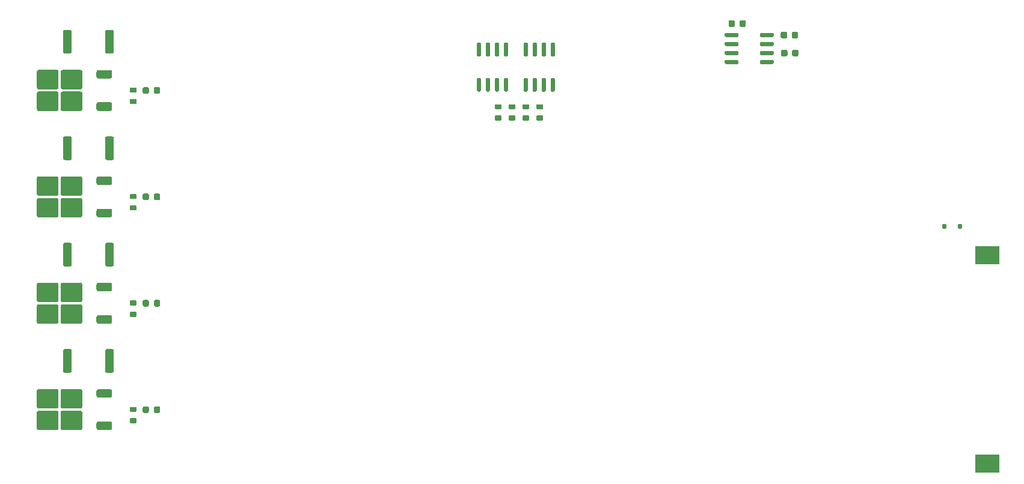
<source format=gtp>
G04 #@! TF.GenerationSoftware,KiCad,Pcbnew,8.0.8-8.0.8-0~ubuntu24.04.1*
G04 #@! TF.CreationDate,2025-02-16T13:58:24+00:00*
G04 #@! TF.ProjectId,hellenbms46,68656c6c-656e-4626-9d73-34362e6b6963,rev?*
G04 #@! TF.SameCoordinates,PX4c4b400PY96ae380*
G04 #@! TF.FileFunction,Paste,Top*
G04 #@! TF.FilePolarity,Positive*
%FSLAX46Y46*%
G04 Gerber Fmt 4.6, Leading zero omitted, Abs format (unit mm)*
G04 Created by KiCad (PCBNEW 8.0.8-8.0.8-0~ubuntu24.04.1) date 2025-02-16 13:58:24*
%MOMM*%
%LPD*%
G01*
G04 APERTURE LIST*
%ADD10R,3.510000X2.540000*%
%ADD11O,0.000001X0.000001*%
G04 APERTURE END LIST*
D10*
G04 #@! TO.C,BT3001*
X144078800Y54265200D03*
X144078800Y24905200D03*
G04 #@! TD*
G04 #@! TO.C,F4002*
G36*
G01*
X25175500Y62239750D02*
X25175500Y62752250D01*
G75*
G02*
X25394250Y62971000I218750J0D01*
G01*
X25831750Y62971000D01*
G75*
G02*
X26050500Y62752250I0J-218750D01*
G01*
X26050500Y62239750D01*
G75*
G02*
X25831750Y62021000I-218750J0D01*
G01*
X25394250Y62021000D01*
G75*
G02*
X25175500Y62239750I0J218750D01*
G01*
G37*
G36*
G01*
X26750500Y62239750D02*
X26750500Y62752250D01*
G75*
G02*
X26969250Y62971000I218750J0D01*
G01*
X27406750Y62971000D01*
G75*
G02*
X27625500Y62752250I0J-218750D01*
G01*
X27625500Y62239750D01*
G75*
G02*
X27406750Y62021000I-218750J0D01*
G01*
X26969250Y62021000D01*
G75*
G02*
X26750500Y62239750I0J218750D01*
G01*
G37*
G04 #@! TD*
G04 #@! TO.C,F4001*
G36*
G01*
X25175500Y77239750D02*
X25175500Y77752250D01*
G75*
G02*
X25394250Y77971000I218750J0D01*
G01*
X25831750Y77971000D01*
G75*
G02*
X26050500Y77752250I0J-218750D01*
G01*
X26050500Y77239750D01*
G75*
G02*
X25831750Y77021000I-218750J0D01*
G01*
X25394250Y77021000D01*
G75*
G02*
X25175500Y77239750I0J218750D01*
G01*
G37*
G36*
G01*
X26750500Y77239750D02*
X26750500Y77752250D01*
G75*
G02*
X26969250Y77971000I218750J0D01*
G01*
X27406750Y77971000D01*
G75*
G02*
X27625500Y77752250I0J-218750D01*
G01*
X27625500Y77239750D01*
G75*
G02*
X27406750Y77021000I-218750J0D01*
G01*
X26969250Y77021000D01*
G75*
G02*
X26750500Y77239750I0J218750D01*
G01*
G37*
G04 #@! TD*
G04 #@! TO.C,R4004*
G36*
G01*
X21111000Y85779000D02*
X21111000Y82929000D01*
G75*
G02*
X20861000Y82679000I-250000J0D01*
G01*
X20136000Y82679000D01*
G75*
G02*
X19886000Y82929000I0J250000D01*
G01*
X19886000Y85779000D01*
G75*
G02*
X20136000Y86029000I250000J0D01*
G01*
X20861000Y86029000D01*
G75*
G02*
X21111000Y85779000I0J-250000D01*
G01*
G37*
G36*
G01*
X15186000Y85779000D02*
X15186000Y82929000D01*
G75*
G02*
X14936000Y82679000I-250000J0D01*
G01*
X14211000Y82679000D01*
G75*
G02*
X13961000Y82929000I0J250000D01*
G01*
X13961000Y85779000D01*
G75*
G02*
X14211000Y86029000I250000J0D01*
G01*
X14936000Y86029000D01*
G75*
G02*
X15186000Y85779000I0J-250000D01*
G01*
G37*
G04 #@! TD*
G04 #@! TO.C,U5002*
G36*
G01*
X79257000Y77334000D02*
X78957000Y77334000D01*
G75*
G02*
X78807000Y77484000I0J150000D01*
G01*
X78807000Y79134000D01*
G75*
G02*
X78957000Y79284000I150000J0D01*
G01*
X79257000Y79284000D01*
G75*
G02*
X79407000Y79134000I0J-150000D01*
G01*
X79407000Y77484000D01*
G75*
G02*
X79257000Y77334000I-150000J0D01*
G01*
G37*
G36*
G01*
X80527000Y77334000D02*
X80227000Y77334000D01*
G75*
G02*
X80077000Y77484000I0J150000D01*
G01*
X80077000Y79134000D01*
G75*
G02*
X80227000Y79284000I150000J0D01*
G01*
X80527000Y79284000D01*
G75*
G02*
X80677000Y79134000I0J-150000D01*
G01*
X80677000Y77484000D01*
G75*
G02*
X80527000Y77334000I-150000J0D01*
G01*
G37*
G36*
G01*
X81797000Y77334000D02*
X81497000Y77334000D01*
G75*
G02*
X81347000Y77484000I0J150000D01*
G01*
X81347000Y79134000D01*
G75*
G02*
X81497000Y79284000I150000J0D01*
G01*
X81797000Y79284000D01*
G75*
G02*
X81947000Y79134000I0J-150000D01*
G01*
X81947000Y77484000D01*
G75*
G02*
X81797000Y77334000I-150000J0D01*
G01*
G37*
G36*
G01*
X83067000Y77334000D02*
X82767000Y77334000D01*
G75*
G02*
X82617000Y77484000I0J150000D01*
G01*
X82617000Y79134000D01*
G75*
G02*
X82767000Y79284000I150000J0D01*
G01*
X83067000Y79284000D01*
G75*
G02*
X83217000Y79134000I0J-150000D01*
G01*
X83217000Y77484000D01*
G75*
G02*
X83067000Y77334000I-150000J0D01*
G01*
G37*
G36*
G01*
X83067000Y82284000D02*
X82767000Y82284000D01*
G75*
G02*
X82617000Y82434000I0J150000D01*
G01*
X82617000Y84084000D01*
G75*
G02*
X82767000Y84234000I150000J0D01*
G01*
X83067000Y84234000D01*
G75*
G02*
X83217000Y84084000I0J-150000D01*
G01*
X83217000Y82434000D01*
G75*
G02*
X83067000Y82284000I-150000J0D01*
G01*
G37*
G36*
G01*
X81797000Y82284000D02*
X81497000Y82284000D01*
G75*
G02*
X81347000Y82434000I0J150000D01*
G01*
X81347000Y84084000D01*
G75*
G02*
X81497000Y84234000I150000J0D01*
G01*
X81797000Y84234000D01*
G75*
G02*
X81947000Y84084000I0J-150000D01*
G01*
X81947000Y82434000D01*
G75*
G02*
X81797000Y82284000I-150000J0D01*
G01*
G37*
G36*
G01*
X80527000Y82284000D02*
X80227000Y82284000D01*
G75*
G02*
X80077000Y82434000I0J150000D01*
G01*
X80077000Y84084000D01*
G75*
G02*
X80227000Y84234000I150000J0D01*
G01*
X80527000Y84234000D01*
G75*
G02*
X80677000Y84084000I0J-150000D01*
G01*
X80677000Y82434000D01*
G75*
G02*
X80527000Y82284000I-150000J0D01*
G01*
G37*
G36*
G01*
X79257000Y82284000D02*
X78957000Y82284000D01*
G75*
G02*
X78807000Y82434000I0J150000D01*
G01*
X78807000Y84084000D01*
G75*
G02*
X78957000Y84234000I150000J0D01*
G01*
X79257000Y84234000D01*
G75*
G02*
X79407000Y84084000I0J-150000D01*
G01*
X79407000Y82434000D01*
G75*
G02*
X79257000Y82284000I-150000J0D01*
G01*
G37*
G04 #@! TD*
G04 #@! TO.C,R5001*
G36*
G01*
X77571954Y73257000D02*
X76791954Y73257000D01*
G75*
G02*
X76721954Y73327000I0J70000D01*
G01*
X76721954Y73887000D01*
G75*
G02*
X76791954Y73957000I70000J0D01*
G01*
X77571954Y73957000D01*
G75*
G02*
X77641954Y73887000I0J-70000D01*
G01*
X77641954Y73327000D01*
G75*
G02*
X77571954Y73257000I-70000J0D01*
G01*
G37*
G36*
G01*
X77571954Y74857000D02*
X76791954Y74857000D01*
G75*
G02*
X76721954Y74927000I0J70000D01*
G01*
X76721954Y75487000D01*
G75*
G02*
X76791954Y75557000I70000J0D01*
G01*
X77571954Y75557000D01*
G75*
G02*
X77641954Y75487000I0J-70000D01*
G01*
X77641954Y74927000D01*
G75*
G02*
X77571954Y74857000I-70000J0D01*
G01*
G37*
G04 #@! TD*
G04 #@! TO.C,U5001*
G36*
G01*
X72677000Y77334000D02*
X72377000Y77334000D01*
G75*
G02*
X72227000Y77484000I0J150000D01*
G01*
X72227000Y79134000D01*
G75*
G02*
X72377000Y79284000I150000J0D01*
G01*
X72677000Y79284000D01*
G75*
G02*
X72827000Y79134000I0J-150000D01*
G01*
X72827000Y77484000D01*
G75*
G02*
X72677000Y77334000I-150000J0D01*
G01*
G37*
G36*
G01*
X73947000Y77334000D02*
X73647000Y77334000D01*
G75*
G02*
X73497000Y77484000I0J150000D01*
G01*
X73497000Y79134000D01*
G75*
G02*
X73647000Y79284000I150000J0D01*
G01*
X73947000Y79284000D01*
G75*
G02*
X74097000Y79134000I0J-150000D01*
G01*
X74097000Y77484000D01*
G75*
G02*
X73947000Y77334000I-150000J0D01*
G01*
G37*
G36*
G01*
X75217000Y77334000D02*
X74917000Y77334000D01*
G75*
G02*
X74767000Y77484000I0J150000D01*
G01*
X74767000Y79134000D01*
G75*
G02*
X74917000Y79284000I150000J0D01*
G01*
X75217000Y79284000D01*
G75*
G02*
X75367000Y79134000I0J-150000D01*
G01*
X75367000Y77484000D01*
G75*
G02*
X75217000Y77334000I-150000J0D01*
G01*
G37*
G36*
G01*
X76487000Y77334000D02*
X76187000Y77334000D01*
G75*
G02*
X76037000Y77484000I0J150000D01*
G01*
X76037000Y79134000D01*
G75*
G02*
X76187000Y79284000I150000J0D01*
G01*
X76487000Y79284000D01*
G75*
G02*
X76637000Y79134000I0J-150000D01*
G01*
X76637000Y77484000D01*
G75*
G02*
X76487000Y77334000I-150000J0D01*
G01*
G37*
G36*
G01*
X76487000Y82284000D02*
X76187000Y82284000D01*
G75*
G02*
X76037000Y82434000I0J150000D01*
G01*
X76037000Y84084000D01*
G75*
G02*
X76187000Y84234000I150000J0D01*
G01*
X76487000Y84234000D01*
G75*
G02*
X76637000Y84084000I0J-150000D01*
G01*
X76637000Y82434000D01*
G75*
G02*
X76487000Y82284000I-150000J0D01*
G01*
G37*
G36*
G01*
X75217000Y82284000D02*
X74917000Y82284000D01*
G75*
G02*
X74767000Y82434000I0J150000D01*
G01*
X74767000Y84084000D01*
G75*
G02*
X74917000Y84234000I150000J0D01*
G01*
X75217000Y84234000D01*
G75*
G02*
X75367000Y84084000I0J-150000D01*
G01*
X75367000Y82434000D01*
G75*
G02*
X75217000Y82284000I-150000J0D01*
G01*
G37*
G36*
G01*
X73947000Y82284000D02*
X73647000Y82284000D01*
G75*
G02*
X73497000Y82434000I0J150000D01*
G01*
X73497000Y84084000D01*
G75*
G02*
X73647000Y84234000I150000J0D01*
G01*
X73947000Y84234000D01*
G75*
G02*
X74097000Y84084000I0J-150000D01*
G01*
X74097000Y82434000D01*
G75*
G02*
X73947000Y82284000I-150000J0D01*
G01*
G37*
G36*
G01*
X72677000Y82284000D02*
X72377000Y82284000D01*
G75*
G02*
X72227000Y82434000I0J150000D01*
G01*
X72227000Y84084000D01*
G75*
G02*
X72377000Y84234000I150000J0D01*
G01*
X72677000Y84234000D01*
G75*
G02*
X72827000Y84084000I0J-150000D01*
G01*
X72827000Y82434000D01*
G75*
G02*
X72677000Y82284000I-150000J0D01*
G01*
G37*
G04 #@! TD*
G04 #@! TO.C,C6002*
G36*
G01*
X107662400Y86680800D02*
X107662400Y87180800D01*
G75*
G02*
X107887400Y87405800I225000J0D01*
G01*
X108337400Y87405800D01*
G75*
G02*
X108562400Y87180800I0J-225000D01*
G01*
X108562400Y86680800D01*
G75*
G02*
X108337400Y86455800I-225000J0D01*
G01*
X107887400Y86455800D01*
G75*
G02*
X107662400Y86680800I0J225000D01*
G01*
G37*
G36*
G01*
X109212400Y86680800D02*
X109212400Y87180800D01*
G75*
G02*
X109437400Y87405800I225000J0D01*
G01*
X109887400Y87405800D01*
G75*
G02*
X110112400Y87180800I0J-225000D01*
G01*
X110112400Y86680800D01*
G75*
G02*
X109887400Y86455800I-225000J0D01*
G01*
X109437400Y86455800D01*
G75*
G02*
X109212400Y86680800I0J225000D01*
G01*
G37*
G04 #@! TD*
G04 #@! TO.C,R4007*
G36*
G01*
X24225000Y30584000D02*
X23445000Y30584000D01*
G75*
G02*
X23375000Y30654000I0J70000D01*
G01*
X23375000Y31214000D01*
G75*
G02*
X23445000Y31284000I70000J0D01*
G01*
X24225000Y31284000D01*
G75*
G02*
X24295000Y31214000I0J-70000D01*
G01*
X24295000Y30654000D01*
G75*
G02*
X24225000Y30584000I-70000J0D01*
G01*
G37*
G36*
G01*
X24225000Y32184000D02*
X23445000Y32184000D01*
G75*
G02*
X23375000Y32254000I0J70000D01*
G01*
X23375000Y32814000D01*
G75*
G02*
X23445000Y32884000I70000J0D01*
G01*
X24225000Y32884000D01*
G75*
G02*
X24295000Y32814000I0J-70000D01*
G01*
X24295000Y32254000D01*
G75*
G02*
X24225000Y32184000I-70000J0D01*
G01*
G37*
G04 #@! TD*
G04 #@! TO.C,R4006*
G36*
G01*
X21111000Y55779000D02*
X21111000Y52929000D01*
G75*
G02*
X20861000Y52679000I-250000J0D01*
G01*
X20136000Y52679000D01*
G75*
G02*
X19886000Y52929000I0J250000D01*
G01*
X19886000Y55779000D01*
G75*
G02*
X20136000Y56029000I250000J0D01*
G01*
X20861000Y56029000D01*
G75*
G02*
X21111000Y55779000I0J-250000D01*
G01*
G37*
G36*
G01*
X15186000Y55779000D02*
X15186000Y52929000D01*
G75*
G02*
X14936000Y52679000I-250000J0D01*
G01*
X14211000Y52679000D01*
G75*
G02*
X13961000Y52929000I0J250000D01*
G01*
X13961000Y55779000D01*
G75*
G02*
X14211000Y56029000I250000J0D01*
G01*
X14936000Y56029000D01*
G75*
G02*
X15186000Y55779000I0J-250000D01*
G01*
G37*
G04 #@! TD*
G04 #@! TO.C,D3001*
G36*
G01*
X137811200Y58630400D02*
X138291200Y58630400D01*
G75*
G02*
X138351200Y58570400I0J-60000D01*
G01*
X138351200Y58090400D01*
G75*
G02*
X138291200Y58030400I-60000J0D01*
G01*
X137811200Y58030400D01*
G75*
G02*
X137751200Y58090400I0J60000D01*
G01*
X137751200Y58570400D01*
G75*
G02*
X137811200Y58630400I60000J0D01*
G01*
G37*
G36*
G01*
X140011200Y58630400D02*
X140491200Y58630400D01*
G75*
G02*
X140551200Y58570400I0J-60000D01*
G01*
X140551200Y58090400D01*
G75*
G02*
X140491200Y58030400I-60000J0D01*
G01*
X140011200Y58030400D01*
G75*
G02*
X139951200Y58090400I0J60000D01*
G01*
X139951200Y58570400D01*
G75*
G02*
X140011200Y58630400I60000J0D01*
G01*
G37*
G04 #@! TD*
G04 #@! TO.C,Q4004*
G36*
G01*
X20872000Y30566000D02*
X20872000Y29866000D01*
G75*
G02*
X20622000Y29616000I-250000J0D01*
G01*
X18922000Y29616000D01*
G75*
G02*
X18672000Y29866000I0J250000D01*
G01*
X18672000Y30566000D01*
G75*
G02*
X18922000Y30816000I250000J0D01*
G01*
X20622000Y30816000D01*
G75*
G02*
X20872000Y30566000I0J-250000D01*
G01*
G37*
G36*
G01*
X16672000Y32096000D02*
X16672000Y29846000D01*
G75*
G02*
X16422000Y29596000I-250000J0D01*
G01*
X13872000Y29596000D01*
G75*
G02*
X13622000Y29846000I0J250000D01*
G01*
X13622000Y32096000D01*
G75*
G02*
X13872000Y32346000I250000J0D01*
G01*
X16422000Y32346000D01*
G75*
G02*
X16672000Y32096000I0J-250000D01*
G01*
G37*
G36*
G01*
X16672000Y35146000D02*
X16672000Y32896000D01*
G75*
G02*
X16422000Y32646000I-250000J0D01*
G01*
X13872000Y32646000D01*
G75*
G02*
X13622000Y32896000I0J250000D01*
G01*
X13622000Y35146000D01*
G75*
G02*
X13872000Y35396000I250000J0D01*
G01*
X16422000Y35396000D01*
G75*
G02*
X16672000Y35146000I0J-250000D01*
G01*
G37*
G36*
G01*
X13322000Y32096000D02*
X13322000Y29846000D01*
G75*
G02*
X13072000Y29596000I-250000J0D01*
G01*
X10522000Y29596000D01*
G75*
G02*
X10272000Y29846000I0J250000D01*
G01*
X10272000Y32096000D01*
G75*
G02*
X10522000Y32346000I250000J0D01*
G01*
X13072000Y32346000D01*
G75*
G02*
X13322000Y32096000I0J-250000D01*
G01*
G37*
G36*
G01*
X13322000Y35146000D02*
X13322000Y32896000D01*
G75*
G02*
X13072000Y32646000I-250000J0D01*
G01*
X10522000Y32646000D01*
G75*
G02*
X10272000Y32896000I0J250000D01*
G01*
X10272000Y35146000D01*
G75*
G02*
X10522000Y35396000I250000J0D01*
G01*
X13072000Y35396000D01*
G75*
G02*
X13322000Y35146000I0J-250000D01*
G01*
G37*
G36*
G01*
X20872000Y35126000D02*
X20872000Y34426000D01*
G75*
G02*
X20622000Y34176000I-250000J0D01*
G01*
X18922000Y34176000D01*
G75*
G02*
X18672000Y34426000I0J250000D01*
G01*
X18672000Y35126000D01*
G75*
G02*
X18922000Y35376000I250000J0D01*
G01*
X20622000Y35376000D01*
G75*
G02*
X20872000Y35126000I0J-250000D01*
G01*
G37*
G04 #@! TD*
G04 #@! TO.C,R5003*
G36*
G01*
X75622908Y73257000D02*
X74842908Y73257000D01*
G75*
G02*
X74772908Y73327000I0J70000D01*
G01*
X74772908Y73887000D01*
G75*
G02*
X74842908Y73957000I70000J0D01*
G01*
X75622908Y73957000D01*
G75*
G02*
X75692908Y73887000I0J-70000D01*
G01*
X75692908Y73327000D01*
G75*
G02*
X75622908Y73257000I-70000J0D01*
G01*
G37*
G36*
G01*
X75622908Y74857000D02*
X74842908Y74857000D01*
G75*
G02*
X74772908Y74927000I0J70000D01*
G01*
X74772908Y75487000D01*
G75*
G02*
X74842908Y75557000I70000J0D01*
G01*
X75622908Y75557000D01*
G75*
G02*
X75692908Y75487000I0J-70000D01*
G01*
X75692908Y74927000D01*
G75*
G02*
X75622908Y74857000I-70000J0D01*
G01*
G37*
G04 #@! TD*
G04 #@! TO.C,C6003*
G36*
G01*
X115066200Y82515200D02*
X115066200Y83015200D01*
G75*
G02*
X115291200Y83240200I225000J0D01*
G01*
X115741200Y83240200D01*
G75*
G02*
X115966200Y83015200I0J-225000D01*
G01*
X115966200Y82515200D01*
G75*
G02*
X115741200Y82290200I-225000J0D01*
G01*
X115291200Y82290200D01*
G75*
G02*
X115066200Y82515200I0J225000D01*
G01*
G37*
G36*
G01*
X116616200Y82515200D02*
X116616200Y83015200D01*
G75*
G02*
X116841200Y83240200I225000J0D01*
G01*
X117291200Y83240200D01*
G75*
G02*
X117516200Y83015200I0J-225000D01*
G01*
X117516200Y82515200D01*
G75*
G02*
X117291200Y82290200I-225000J0D01*
G01*
X116841200Y82290200D01*
G75*
G02*
X116616200Y82515200I0J225000D01*
G01*
G37*
G04 #@! TD*
G04 #@! TO.C,F4003*
G36*
G01*
X25175500Y47239750D02*
X25175500Y47752250D01*
G75*
G02*
X25394250Y47971000I218750J0D01*
G01*
X25831750Y47971000D01*
G75*
G02*
X26050500Y47752250I0J-218750D01*
G01*
X26050500Y47239750D01*
G75*
G02*
X25831750Y47021000I-218750J0D01*
G01*
X25394250Y47021000D01*
G75*
G02*
X25175500Y47239750I0J218750D01*
G01*
G37*
G36*
G01*
X26750500Y47239750D02*
X26750500Y47752250D01*
G75*
G02*
X26969250Y47971000I218750J0D01*
G01*
X27406750Y47971000D01*
G75*
G02*
X27625500Y47752250I0J-218750D01*
G01*
X27625500Y47239750D01*
G75*
G02*
X27406750Y47021000I-218750J0D01*
G01*
X26969250Y47021000D01*
G75*
G02*
X26750500Y47239750I0J218750D01*
G01*
G37*
G04 #@! TD*
G04 #@! TO.C,R4005*
G36*
G01*
X21111000Y70779000D02*
X21111000Y67929000D01*
G75*
G02*
X20861000Y67679000I-250000J0D01*
G01*
X20136000Y67679000D01*
G75*
G02*
X19886000Y67929000I0J250000D01*
G01*
X19886000Y70779000D01*
G75*
G02*
X20136000Y71029000I250000J0D01*
G01*
X20861000Y71029000D01*
G75*
G02*
X21111000Y70779000I0J-250000D01*
G01*
G37*
G36*
G01*
X15186000Y70779000D02*
X15186000Y67929000D01*
G75*
G02*
X14936000Y67679000I-250000J0D01*
G01*
X14211000Y67679000D01*
G75*
G02*
X13961000Y67929000I0J250000D01*
G01*
X13961000Y70779000D01*
G75*
G02*
X14211000Y71029000I250000J0D01*
G01*
X14936000Y71029000D01*
G75*
G02*
X15186000Y70779000I0J-250000D01*
G01*
G37*
G04 #@! TD*
G04 #@! TO.C,R4001*
G36*
G01*
X24225000Y75584000D02*
X23445000Y75584000D01*
G75*
G02*
X23375000Y75654000I0J70000D01*
G01*
X23375000Y76214000D01*
G75*
G02*
X23445000Y76284000I70000J0D01*
G01*
X24225000Y76284000D01*
G75*
G02*
X24295000Y76214000I0J-70000D01*
G01*
X24295000Y75654000D01*
G75*
G02*
X24225000Y75584000I-70000J0D01*
G01*
G37*
G36*
G01*
X24225000Y77184000D02*
X23445000Y77184000D01*
G75*
G02*
X23375000Y77254000I0J70000D01*
G01*
X23375000Y77814000D01*
G75*
G02*
X23445000Y77884000I70000J0D01*
G01*
X24225000Y77884000D01*
G75*
G02*
X24295000Y77814000I0J-70000D01*
G01*
X24295000Y77254000D01*
G75*
G02*
X24225000Y77184000I-70000J0D01*
G01*
G37*
G04 #@! TD*
G04 #@! TO.C,F4004*
G36*
G01*
X25175500Y32239750D02*
X25175500Y32752250D01*
G75*
G02*
X25394250Y32971000I218750J0D01*
G01*
X25831750Y32971000D01*
G75*
G02*
X26050500Y32752250I0J-218750D01*
G01*
X26050500Y32239750D01*
G75*
G02*
X25831750Y32021000I-218750J0D01*
G01*
X25394250Y32021000D01*
G75*
G02*
X25175500Y32239750I0J218750D01*
G01*
G37*
G36*
G01*
X26750500Y32239750D02*
X26750500Y32752250D01*
G75*
G02*
X26969250Y32971000I218750J0D01*
G01*
X27406750Y32971000D01*
G75*
G02*
X27625500Y32752250I0J-218750D01*
G01*
X27625500Y32239750D01*
G75*
G02*
X27406750Y32021000I-218750J0D01*
G01*
X26969250Y32021000D01*
G75*
G02*
X26750500Y32239750I0J218750D01*
G01*
G37*
G04 #@! TD*
G04 #@! TO.C,Q4002*
G36*
G01*
X20872000Y60566000D02*
X20872000Y59866000D01*
G75*
G02*
X20622000Y59616000I-250000J0D01*
G01*
X18922000Y59616000D01*
G75*
G02*
X18672000Y59866000I0J250000D01*
G01*
X18672000Y60566000D01*
G75*
G02*
X18922000Y60816000I250000J0D01*
G01*
X20622000Y60816000D01*
G75*
G02*
X20872000Y60566000I0J-250000D01*
G01*
G37*
G36*
G01*
X16672000Y62096000D02*
X16672000Y59846000D01*
G75*
G02*
X16422000Y59596000I-250000J0D01*
G01*
X13872000Y59596000D01*
G75*
G02*
X13622000Y59846000I0J250000D01*
G01*
X13622000Y62096000D01*
G75*
G02*
X13872000Y62346000I250000J0D01*
G01*
X16422000Y62346000D01*
G75*
G02*
X16672000Y62096000I0J-250000D01*
G01*
G37*
G36*
G01*
X16672000Y65146000D02*
X16672000Y62896000D01*
G75*
G02*
X16422000Y62646000I-250000J0D01*
G01*
X13872000Y62646000D01*
G75*
G02*
X13622000Y62896000I0J250000D01*
G01*
X13622000Y65146000D01*
G75*
G02*
X13872000Y65396000I250000J0D01*
G01*
X16422000Y65396000D01*
G75*
G02*
X16672000Y65146000I0J-250000D01*
G01*
G37*
G36*
G01*
X13322000Y62096000D02*
X13322000Y59846000D01*
G75*
G02*
X13072000Y59596000I-250000J0D01*
G01*
X10522000Y59596000D01*
G75*
G02*
X10272000Y59846000I0J250000D01*
G01*
X10272000Y62096000D01*
G75*
G02*
X10522000Y62346000I250000J0D01*
G01*
X13072000Y62346000D01*
G75*
G02*
X13322000Y62096000I0J-250000D01*
G01*
G37*
G36*
G01*
X13322000Y65146000D02*
X13322000Y62896000D01*
G75*
G02*
X13072000Y62646000I-250000J0D01*
G01*
X10522000Y62646000D01*
G75*
G02*
X10272000Y62896000I0J250000D01*
G01*
X10272000Y65146000D01*
G75*
G02*
X10522000Y65396000I250000J0D01*
G01*
X13072000Y65396000D01*
G75*
G02*
X13322000Y65146000I0J-250000D01*
G01*
G37*
G36*
G01*
X20872000Y65126000D02*
X20872000Y64426000D01*
G75*
G02*
X20622000Y64176000I-250000J0D01*
G01*
X18922000Y64176000D01*
G75*
G02*
X18672000Y64426000I0J250000D01*
G01*
X18672000Y65126000D01*
G75*
G02*
X18922000Y65376000I250000J0D01*
G01*
X20622000Y65376000D01*
G75*
G02*
X20872000Y65126000I0J-250000D01*
G01*
G37*
G04 #@! TD*
G04 #@! TO.C,R4002*
G36*
G01*
X24225000Y60584000D02*
X23445000Y60584000D01*
G75*
G02*
X23375000Y60654000I0J70000D01*
G01*
X23375000Y61214000D01*
G75*
G02*
X23445000Y61284000I70000J0D01*
G01*
X24225000Y61284000D01*
G75*
G02*
X24295000Y61214000I0J-70000D01*
G01*
X24295000Y60654000D01*
G75*
G02*
X24225000Y60584000I-70000J0D01*
G01*
G37*
G36*
G01*
X24225000Y62184000D02*
X23445000Y62184000D01*
G75*
G02*
X23375000Y62254000I0J70000D01*
G01*
X23375000Y62814000D01*
G75*
G02*
X23445000Y62884000I70000J0D01*
G01*
X24225000Y62884000D01*
G75*
G02*
X24295000Y62814000I0J-70000D01*
G01*
X24295000Y62254000D01*
G75*
G02*
X24225000Y62184000I-70000J0D01*
G01*
G37*
G04 #@! TD*
G04 #@! TO.C,R4008*
G36*
G01*
X21111000Y40779000D02*
X21111000Y37929000D01*
G75*
G02*
X20861000Y37679000I-250000J0D01*
G01*
X20136000Y37679000D01*
G75*
G02*
X19886000Y37929000I0J250000D01*
G01*
X19886000Y40779000D01*
G75*
G02*
X20136000Y41029000I250000J0D01*
G01*
X20861000Y41029000D01*
G75*
G02*
X21111000Y40779000I0J-250000D01*
G01*
G37*
G36*
G01*
X15186000Y40779000D02*
X15186000Y37929000D01*
G75*
G02*
X14936000Y37679000I-250000J0D01*
G01*
X14211000Y37679000D01*
G75*
G02*
X13961000Y37929000I0J250000D01*
G01*
X13961000Y40779000D01*
G75*
G02*
X14211000Y41029000I250000J0D01*
G01*
X14936000Y41029000D01*
G75*
G02*
X15186000Y40779000I0J-250000D01*
G01*
G37*
G04 #@! TD*
G04 #@! TO.C,Q4003*
G36*
G01*
X20872000Y45566000D02*
X20872000Y44866000D01*
G75*
G02*
X20622000Y44616000I-250000J0D01*
G01*
X18922000Y44616000D01*
G75*
G02*
X18672000Y44866000I0J250000D01*
G01*
X18672000Y45566000D01*
G75*
G02*
X18922000Y45816000I250000J0D01*
G01*
X20622000Y45816000D01*
G75*
G02*
X20872000Y45566000I0J-250000D01*
G01*
G37*
G36*
G01*
X16672000Y47096000D02*
X16672000Y44846000D01*
G75*
G02*
X16422000Y44596000I-250000J0D01*
G01*
X13872000Y44596000D01*
G75*
G02*
X13622000Y44846000I0J250000D01*
G01*
X13622000Y47096000D01*
G75*
G02*
X13872000Y47346000I250000J0D01*
G01*
X16422000Y47346000D01*
G75*
G02*
X16672000Y47096000I0J-250000D01*
G01*
G37*
G36*
G01*
X16672000Y50146000D02*
X16672000Y47896000D01*
G75*
G02*
X16422000Y47646000I-250000J0D01*
G01*
X13872000Y47646000D01*
G75*
G02*
X13622000Y47896000I0J250000D01*
G01*
X13622000Y50146000D01*
G75*
G02*
X13872000Y50396000I250000J0D01*
G01*
X16422000Y50396000D01*
G75*
G02*
X16672000Y50146000I0J-250000D01*
G01*
G37*
G36*
G01*
X13322000Y47096000D02*
X13322000Y44846000D01*
G75*
G02*
X13072000Y44596000I-250000J0D01*
G01*
X10522000Y44596000D01*
G75*
G02*
X10272000Y44846000I0J250000D01*
G01*
X10272000Y47096000D01*
G75*
G02*
X10522000Y47346000I250000J0D01*
G01*
X13072000Y47346000D01*
G75*
G02*
X13322000Y47096000I0J-250000D01*
G01*
G37*
G36*
G01*
X13322000Y50146000D02*
X13322000Y47896000D01*
G75*
G02*
X13072000Y47646000I-250000J0D01*
G01*
X10522000Y47646000D01*
G75*
G02*
X10272000Y47896000I0J250000D01*
G01*
X10272000Y50146000D01*
G75*
G02*
X10522000Y50396000I250000J0D01*
G01*
X13072000Y50396000D01*
G75*
G02*
X13322000Y50146000I0J-250000D01*
G01*
G37*
G36*
G01*
X20872000Y50126000D02*
X20872000Y49426000D01*
G75*
G02*
X20622000Y49176000I-250000J0D01*
G01*
X18922000Y49176000D01*
G75*
G02*
X18672000Y49426000I0J250000D01*
G01*
X18672000Y50126000D01*
G75*
G02*
X18922000Y50376000I250000J0D01*
G01*
X20622000Y50376000D01*
G75*
G02*
X20872000Y50126000I0J-250000D01*
G01*
G37*
G04 #@! TD*
G04 #@! TO.C,C6001*
G36*
G01*
X115015400Y85055200D02*
X115015400Y85555200D01*
G75*
G02*
X115240400Y85780200I225000J0D01*
G01*
X115690400Y85780200D01*
G75*
G02*
X115915400Y85555200I0J-225000D01*
G01*
X115915400Y85055200D01*
G75*
G02*
X115690400Y84830200I-225000J0D01*
G01*
X115240400Y84830200D01*
G75*
G02*
X115015400Y85055200I0J225000D01*
G01*
G37*
G36*
G01*
X116565400Y85055200D02*
X116565400Y85555200D01*
G75*
G02*
X116790400Y85780200I225000J0D01*
G01*
X117240400Y85780200D01*
G75*
G02*
X117465400Y85555200I0J-225000D01*
G01*
X117465400Y85055200D01*
G75*
G02*
X117240400Y84830200I-225000J0D01*
G01*
X116790400Y84830200D01*
G75*
G02*
X116565400Y85055200I0J225000D01*
G01*
G37*
G04 #@! TD*
D11*
G04 #@! TO.C,M3005*
X119344301Y78065556D03*
G04 #@! TD*
G04 #@! TO.C,M3003*
X117815500Y51415334D03*
G04 #@! TD*
G04 #@! TO.C,R5002*
G36*
G01*
X81470046Y73257000D02*
X80690046Y73257000D01*
G75*
G02*
X80620046Y73327000I0J70000D01*
G01*
X80620046Y73887000D01*
G75*
G02*
X80690046Y73957000I70000J0D01*
G01*
X81470046Y73957000D01*
G75*
G02*
X81540046Y73887000I0J-70000D01*
G01*
X81540046Y73327000D01*
G75*
G02*
X81470046Y73257000I-70000J0D01*
G01*
G37*
G36*
G01*
X81470046Y74857000D02*
X80690046Y74857000D01*
G75*
G02*
X80620046Y74927000I0J70000D01*
G01*
X80620046Y75487000D01*
G75*
G02*
X80690046Y75557000I70000J0D01*
G01*
X81470046Y75557000D01*
G75*
G02*
X81540046Y75487000I0J-70000D01*
G01*
X81540046Y74927000D01*
G75*
G02*
X81470046Y74857000I-70000J0D01*
G01*
G37*
G04 #@! TD*
G04 #@! TO.C,U6001*
G36*
G01*
X107133200Y85163400D02*
X107133200Y85463400D01*
G75*
G02*
X107283200Y85613400I150000J0D01*
G01*
X108933200Y85613400D01*
G75*
G02*
X109083200Y85463400I0J-150000D01*
G01*
X109083200Y85163400D01*
G75*
G02*
X108933200Y85013400I-150000J0D01*
G01*
X107283200Y85013400D01*
G75*
G02*
X107133200Y85163400I0J150000D01*
G01*
G37*
G36*
G01*
X107133200Y83893400D02*
X107133200Y84193400D01*
G75*
G02*
X107283200Y84343400I150000J0D01*
G01*
X108933200Y84343400D01*
G75*
G02*
X109083200Y84193400I0J-150000D01*
G01*
X109083200Y83893400D01*
G75*
G02*
X108933200Y83743400I-150000J0D01*
G01*
X107283200Y83743400D01*
G75*
G02*
X107133200Y83893400I0J150000D01*
G01*
G37*
G36*
G01*
X107133200Y82623400D02*
X107133200Y82923400D01*
G75*
G02*
X107283200Y83073400I150000J0D01*
G01*
X108933200Y83073400D01*
G75*
G02*
X109083200Y82923400I0J-150000D01*
G01*
X109083200Y82623400D01*
G75*
G02*
X108933200Y82473400I-150000J0D01*
G01*
X107283200Y82473400D01*
G75*
G02*
X107133200Y82623400I0J150000D01*
G01*
G37*
G36*
G01*
X107133200Y81353400D02*
X107133200Y81653400D01*
G75*
G02*
X107283200Y81803400I150000J0D01*
G01*
X108933200Y81803400D01*
G75*
G02*
X109083200Y81653400I0J-150000D01*
G01*
X109083200Y81353400D01*
G75*
G02*
X108933200Y81203400I-150000J0D01*
G01*
X107283200Y81203400D01*
G75*
G02*
X107133200Y81353400I0J150000D01*
G01*
G37*
G36*
G01*
X112083200Y81353400D02*
X112083200Y81653400D01*
G75*
G02*
X112233200Y81803400I150000J0D01*
G01*
X113883200Y81803400D01*
G75*
G02*
X114033200Y81653400I0J-150000D01*
G01*
X114033200Y81353400D01*
G75*
G02*
X113883200Y81203400I-150000J0D01*
G01*
X112233200Y81203400D01*
G75*
G02*
X112083200Y81353400I0J150000D01*
G01*
G37*
G36*
G01*
X112083200Y82623400D02*
X112083200Y82923400D01*
G75*
G02*
X112233200Y83073400I150000J0D01*
G01*
X113883200Y83073400D01*
G75*
G02*
X114033200Y82923400I0J-150000D01*
G01*
X114033200Y82623400D01*
G75*
G02*
X113883200Y82473400I-150000J0D01*
G01*
X112233200Y82473400D01*
G75*
G02*
X112083200Y82623400I0J150000D01*
G01*
G37*
G36*
G01*
X112083200Y83893400D02*
X112083200Y84193400D01*
G75*
G02*
X112233200Y84343400I150000J0D01*
G01*
X113883200Y84343400D01*
G75*
G02*
X114033200Y84193400I0J-150000D01*
G01*
X114033200Y83893400D01*
G75*
G02*
X113883200Y83743400I-150000J0D01*
G01*
X112233200Y83743400D01*
G75*
G02*
X112083200Y83893400I0J150000D01*
G01*
G37*
G36*
G01*
X112083200Y85163400D02*
X112083200Y85463400D01*
G75*
G02*
X112233200Y85613400I150000J0D01*
G01*
X113883200Y85613400D01*
G75*
G02*
X114033200Y85463400I0J-150000D01*
G01*
X114033200Y85163400D01*
G75*
G02*
X113883200Y85013400I-150000J0D01*
G01*
X112233200Y85013400D01*
G75*
G02*
X112083200Y85163400I0J150000D01*
G01*
G37*
G04 #@! TD*
G04 #@! TO.C,Q4001*
G36*
G01*
X20872000Y75566000D02*
X20872000Y74866000D01*
G75*
G02*
X20622000Y74616000I-250000J0D01*
G01*
X18922000Y74616000D01*
G75*
G02*
X18672000Y74866000I0J250000D01*
G01*
X18672000Y75566000D01*
G75*
G02*
X18922000Y75816000I250000J0D01*
G01*
X20622000Y75816000D01*
G75*
G02*
X20872000Y75566000I0J-250000D01*
G01*
G37*
G36*
G01*
X16672000Y77096000D02*
X16672000Y74846000D01*
G75*
G02*
X16422000Y74596000I-250000J0D01*
G01*
X13872000Y74596000D01*
G75*
G02*
X13622000Y74846000I0J250000D01*
G01*
X13622000Y77096000D01*
G75*
G02*
X13872000Y77346000I250000J0D01*
G01*
X16422000Y77346000D01*
G75*
G02*
X16672000Y77096000I0J-250000D01*
G01*
G37*
G36*
G01*
X16672000Y80146000D02*
X16672000Y77896000D01*
G75*
G02*
X16422000Y77646000I-250000J0D01*
G01*
X13872000Y77646000D01*
G75*
G02*
X13622000Y77896000I0J250000D01*
G01*
X13622000Y80146000D01*
G75*
G02*
X13872000Y80396000I250000J0D01*
G01*
X16422000Y80396000D01*
G75*
G02*
X16672000Y80146000I0J-250000D01*
G01*
G37*
G36*
G01*
X13322000Y77096000D02*
X13322000Y74846000D01*
G75*
G02*
X13072000Y74596000I-250000J0D01*
G01*
X10522000Y74596000D01*
G75*
G02*
X10272000Y74846000I0J250000D01*
G01*
X10272000Y77096000D01*
G75*
G02*
X10522000Y77346000I250000J0D01*
G01*
X13072000Y77346000D01*
G75*
G02*
X13322000Y77096000I0J-250000D01*
G01*
G37*
G36*
G01*
X13322000Y80146000D02*
X13322000Y77896000D01*
G75*
G02*
X13072000Y77646000I-250000J0D01*
G01*
X10522000Y77646000D01*
G75*
G02*
X10272000Y77896000I0J250000D01*
G01*
X10272000Y80146000D01*
G75*
G02*
X10522000Y80396000I250000J0D01*
G01*
X13072000Y80396000D01*
G75*
G02*
X13322000Y80146000I0J-250000D01*
G01*
G37*
G36*
G01*
X20872000Y80126000D02*
X20872000Y79426000D01*
G75*
G02*
X20622000Y79176000I-250000J0D01*
G01*
X18922000Y79176000D01*
G75*
G02*
X18672000Y79426000I0J250000D01*
G01*
X18672000Y80126000D01*
G75*
G02*
X18922000Y80376000I250000J0D01*
G01*
X20622000Y80376000D01*
G75*
G02*
X20872000Y80126000I0J-250000D01*
G01*
G37*
G04 #@! TD*
G04 #@! TO.C,R4003*
G36*
G01*
X24225000Y45584000D02*
X23445000Y45584000D01*
G75*
G02*
X23375000Y45654000I0J70000D01*
G01*
X23375000Y46214000D01*
G75*
G02*
X23445000Y46284000I70000J0D01*
G01*
X24225000Y46284000D01*
G75*
G02*
X24295000Y46214000I0J-70000D01*
G01*
X24295000Y45654000D01*
G75*
G02*
X24225000Y45584000I-70000J0D01*
G01*
G37*
G36*
G01*
X24225000Y47184000D02*
X23445000Y47184000D01*
G75*
G02*
X23375000Y47254000I0J70000D01*
G01*
X23375000Y47814000D01*
G75*
G02*
X23445000Y47884000I70000J0D01*
G01*
X24225000Y47884000D01*
G75*
G02*
X24295000Y47814000I0J-70000D01*
G01*
X24295000Y47254000D01*
G75*
G02*
X24225000Y47184000I-70000J0D01*
G01*
G37*
G04 #@! TD*
G04 #@! TO.C,R5004*
G36*
G01*
X79521000Y73257000D02*
X78741000Y73257000D01*
G75*
G02*
X78671000Y73327000I0J70000D01*
G01*
X78671000Y73887000D01*
G75*
G02*
X78741000Y73957000I70000J0D01*
G01*
X79521000Y73957000D01*
G75*
G02*
X79591000Y73887000I0J-70000D01*
G01*
X79591000Y73327000D01*
G75*
G02*
X79521000Y73257000I-70000J0D01*
G01*
G37*
G36*
G01*
X79521000Y74857000D02*
X78741000Y74857000D01*
G75*
G02*
X78671000Y74927000I0J70000D01*
G01*
X78671000Y75487000D01*
G75*
G02*
X78741000Y75557000I70000J0D01*
G01*
X79521000Y75557000D01*
G75*
G02*
X79591000Y75487000I0J-70000D01*
G01*
X79591000Y74927000D01*
G75*
G02*
X79521000Y74857000I-70000J0D01*
G01*
G37*
G04 #@! TD*
M02*

</source>
